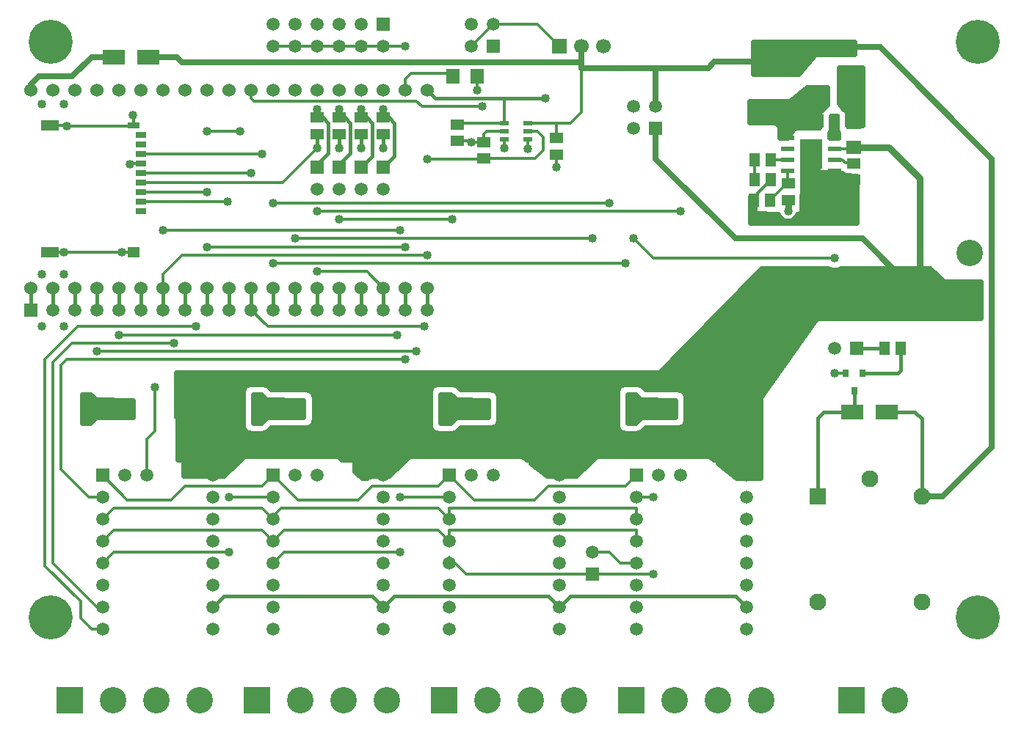
<source format=gbr>
G04 DipTrace 3.3.1.3*
G04 Top.gbr*
%MOIN*%
G04 #@! TF.FileFunction,Copper,L1,Top*
G04 #@! TF.Part,Single*
G04 #@! TA.AperFunction,Conductor*
%ADD14C,0.018*%
%ADD15C,0.015*%
%ADD16C,0.012*%
G04 #@! TA.AperFunction,ViaPad*
%ADD17C,0.03*%
G04 #@! TA.AperFunction,CopperBalancing*
%ADD18C,0.025*%
G04 #@! TA.AperFunction,ComponentPad*
%ADD19C,0.06*%
%ADD26R,0.177165X0.082677*%
%ADD27R,0.062992X0.070866*%
%ADD28R,0.051181X0.059055*%
%ADD29R,0.070866X0.062992*%
%ADD31R,0.098425X0.066929*%
G04 #@! TA.AperFunction,ComponentPad*
%ADD32R,0.059055X0.059055*%
%ADD33C,0.059055*%
%ADD34R,0.066929X0.066929*%
%ADD35C,0.066929*%
%ADD36C,0.076772*%
%ADD37R,0.076772X0.076772*%
%ADD38R,0.137795X0.09252*%
G04 #@! TA.AperFunction,ComponentPad*
%ADD39C,0.2*%
%ADD40R,0.031496X0.035433*%
%ADD41R,0.059055X0.051181*%
%ADD42R,0.051181X0.027559*%
%ADD43R,0.07874X0.047244*%
%ADD44R,0.055118X0.047244*%
%ADD45R,0.055118X0.031496*%
G04 #@! TA.AperFunction,ComponentPad*
%ADD46R,0.12X0.12*%
%ADD47C,0.12*%
%ADD48R,0.059X0.059*%
%ADD49C,0.059*%
%ADD51R,0.062992X0.024016*%
%ADD52R,0.10315X0.138189*%
%ADD54R,0.043307X0.023622*%
G04 #@! TA.AperFunction,ViaPad*
%ADD55C,0.04*%
%FSLAX26Y26*%
G04*
G70*
G90*
G75*
G01*
G04 Top*
%LPD*%
X1743701Y3143701D2*
D14*
Y3081201D1*
X1843701Y3143701D2*
Y3081201D1*
X1943701Y3143701D2*
Y3081201D1*
X2043701Y3143701D2*
Y3081201D1*
X1268701Y993701D2*
D15*
X1318701Y1043701D1*
X1993701D1*
X2043701Y993701D1*
X2093701Y1043701D1*
X2793701D1*
X2843701Y993701D1*
X2893701Y1043701D1*
X3643701D1*
X3693701Y993701D1*
X2781201Y3306201D2*
X2593701D1*
X2281201D1*
X2243701Y3343701D1*
X943701Y2923622D2*
D16*
X1586122D1*
X1743701Y3081201D1*
X2593701Y3193701D2*
Y3306201D1*
Y3193701D2*
X2387451D1*
X2381201Y3187451D1*
X3881701Y2791701D2*
D17*
Y2843701D1*
X4488189Y1496063D2*
D14*
Y1849213D1*
X4456201Y1881201D1*
X4331201D1*
X4488189Y1496063D2*
D18*
X4583563D1*
X4806201Y1718701D1*
Y3031201D1*
X4299444Y3537958D1*
X4147467D1*
X976181Y3493701D2*
X1106201D1*
X1131201Y3468701D1*
X2943701D1*
Y3443701D1*
X3281201D1*
X3518701D1*
X3547181Y3472181D1*
X3791255D1*
X2943701Y3543701D2*
Y3468701D1*
X3281201Y3268701D2*
Y3443701D1*
X2700000Y3193701D2*
D16*
X2831201D1*
X2893701D1*
X2943701Y3243701D1*
Y3543701D1*
X2831201Y3124950D2*
Y3193701D1*
X3725701Y2843701D2*
Y2856701D1*
X3803701Y2934701D1*
X4147467Y3427722D2*
X4192984D1*
X4207255Y3441992D1*
X4147467Y3427722D2*
X4182525D1*
X4207255Y3402992D1*
X1643701Y2343701D2*
D14*
Y2443701D1*
X2243701Y2343701D2*
Y2443701D1*
X2499950Y3106201D2*
D16*
Y3143699D1*
X2512550Y3156299D1*
X2593701D1*
X528346Y3183465D2*
X603937D1*
X606201Y3181201D1*
X910236Y3183465D2*
Y3227165D1*
X906201Y3231201D1*
X910236Y2605512D2*
X856890D1*
X856201Y2606201D1*
X528346Y2605512D2*
X593012D1*
X593701Y2606201D1*
X2499950Y3106201D2*
X2443701D1*
X943701Y3010236D2*
X897736D1*
X893701Y3006201D1*
X4143898Y2056201D2*
X4093701D1*
X606201Y3181201D2*
X907972D1*
X910236Y3183465D1*
X593701Y2606201D2*
X856201D1*
X1543701Y3543701D2*
X1643701D1*
X1743701D1*
X1843701D1*
X1943701D1*
X2043701D1*
X2143701D1*
X1543701Y1593701D2*
X1656201Y1481201D1*
X1931201D1*
X1993701Y1543701D1*
X2293701D1*
X2343701Y1593701D1*
X2456201Y1481201D1*
X2731201D1*
X2793701Y1543701D1*
X3143701D1*
X3193701Y1593701D1*
X768701D2*
X881201Y1481201D1*
X1081201D1*
X1143701Y1543701D1*
X1493701D1*
X1543701Y1593701D1*
X2468701Y3406201D2*
Y3343701D1*
X2831201Y3050147D2*
Y2993701D1*
X2381201Y3112648D2*
X2437254D1*
X2443701Y3106201D1*
X1093701Y2193701D2*
X631201D1*
X543701Y2106201D1*
Y1193701D1*
X743701Y993701D1*
X768701D1*
X1193701Y2268701D2*
X656201D1*
X506201Y2118701D1*
Y1181201D1*
X668701Y1018701D1*
Y943701D1*
X718701Y893701D1*
X768701D1*
X2143701Y2343701D2*
D14*
Y2443701D1*
X768701Y1493701D2*
D16*
X706201D1*
X581201Y1618701D1*
Y2093701D1*
X606201Y2118701D1*
X2143701D1*
X943701Y2880315D2*
X1242815D1*
X1243701Y2631201D2*
X2143701D1*
X2043701Y3218504D2*
D14*
Y3256201D1*
Y2993701D2*
X2093701Y3043701D1*
Y3193701D1*
X2068898Y3218504D1*
X2043701D1*
X1943701D2*
Y3256201D1*
Y2993701D2*
X1993701Y3043701D1*
Y3193701D1*
X1968701Y3218701D1*
X1968504Y3218504D1*
X1943701D1*
Y2343701D2*
Y2443701D1*
X1743701Y2343701D2*
Y2443701D1*
X1343701Y2343701D2*
Y2443701D1*
X943701Y2837008D2*
D16*
X1337894D1*
X1143701Y2343701D2*
D14*
Y2443701D1*
X1443701Y2343701D2*
Y2443701D1*
X768701Y1393701D2*
D16*
X818701Y1443701D1*
X1493701D1*
X1543701Y1393701D1*
X2343701D2*
X2293701Y1443701D1*
X1581201D1*
X1531201Y1393701D1*
X1543701D1*
X2343701D2*
Y1443701D1*
X3193701D1*
Y1393701D1*
X2231201Y2268701D2*
X1518701D1*
X1443701Y2343701D1*
X943701Y2966929D2*
X1441929D1*
X1243701Y2343701D2*
D14*
Y2443701D1*
X768701Y1293701D2*
D16*
X818701Y1343701D1*
X1493701D1*
X1543701Y1293701D1*
X1593701Y1343701D1*
X2293701D1*
X2343701Y1293701D1*
Y1343701D1*
X3193701D1*
Y1293701D1*
X1393701Y3156201D2*
X1243701D1*
X743701Y2343701D2*
D14*
Y2443701D1*
X2193701Y2156201D2*
D16*
X743701D1*
X2993701Y2668701D2*
X1643701D1*
X1843701Y3218504D2*
D14*
Y3256201D1*
Y2993701D2*
Y3006201D1*
X1893701Y3056201D1*
Y3193701D1*
X1868701Y3218701D1*
X1843898D1*
X1843701Y3218504D1*
X1543701Y2343701D2*
Y2443701D1*
X3143701Y2556201D2*
D16*
X1543701D1*
X943701Y3053543D2*
X1493701D1*
X2993701Y1243701D2*
X3068701D1*
X3118701Y1193701D1*
X3193701D1*
X443701Y3343701D2*
D18*
Y3368701D1*
X481201Y3406201D1*
X631201D1*
X718701Y3493701D1*
X818701D1*
X2700000Y3118898D2*
D16*
Y3074902D1*
X4093701Y2581201D2*
X3268701D1*
X3181201Y2668701D1*
X2443701Y3543701D2*
X2543701Y3643701D1*
X2743701D1*
X2843701Y3543701D1*
X2143701Y3343701D2*
Y3393701D1*
X2168701Y3418701D1*
X2345965D1*
X2358465Y3406201D1*
X1743701Y3218504D2*
D14*
Y3256201D1*
Y2993701D2*
Y3006201D1*
X1793701Y3056201D1*
Y3193701D1*
X1768898Y3218504D1*
X1743701D1*
X4218701Y2056201D2*
X4381201D1*
X4393504Y2068504D1*
Y2168701D1*
X4181299Y1977461D2*
Y1906299D1*
X4173720Y1898720D1*
Y1881201D1*
X4043701D1*
X4015748Y1853248D1*
Y1496063D1*
X2343701Y1193701D2*
D16*
Y1218701D1*
X2418701Y1143701D1*
X2993701D1*
X3268701D1*
Y1493701D2*
X3193701D1*
X1443701Y3343701D2*
Y3306201D1*
X1456201Y3293701D1*
X2193701D1*
X2218701Y3268701D1*
X2493701D1*
X2593701Y3081201D2*
Y3118898D1*
X2043701Y2343701D2*
D14*
Y2443701D1*
X1743701Y2518701D2*
D16*
X1968701D1*
X2043701Y2443701D1*
X1843701Y2343701D2*
D14*
Y2443701D1*
X4318701Y2168701D2*
X4193701D1*
X768701Y1193701D2*
D16*
X818701Y1243701D1*
X1343701D1*
Y1493701D2*
X1543701D1*
Y1193701D2*
X1593701Y1243701D1*
X2118701D1*
Y1493701D2*
X2343701D1*
X943701Y2343701D2*
D14*
Y2443701D1*
X843701Y2343701D2*
Y2443701D1*
X2106201Y2231201D2*
D16*
X843701D1*
X643701Y2343701D2*
D14*
Y2443701D1*
X543701Y2343701D2*
Y2443701D1*
X443701Y2343701D2*
Y2443701D1*
X4091344Y3027753D2*
D16*
X4126648D1*
X4141701Y3012701D1*
X4177504D1*
X4180701Y3009504D1*
X1043701Y2343701D2*
D14*
Y2443701D1*
D16*
Y2506201D1*
X1131201Y2593701D1*
X2243701D1*
Y3031201D2*
X2499755D1*
X2499950Y3031398D1*
X2731398D1*
X2768701Y3068701D1*
Y3131201D1*
X2743602Y3156299D1*
X2700000D1*
X968701Y1593701D2*
Y1756201D1*
X1006201Y1793701D1*
Y1993701D1*
X1043701Y2706201D2*
X2118701D1*
X2356201Y2756201D2*
X1843701D1*
X3393701Y2793701D2*
X1743701D1*
X3068701Y2831201D2*
X1543701D1*
X3803701Y3025701D2*
X3876693D1*
X3878745Y3027753D1*
X3728898Y2934701D2*
Y3025701D1*
X3878745Y2977753D2*
Y2921459D1*
X3881701Y2918504D1*
X3875307D1*
X3800504Y2843701D1*
X4091344Y3077753D2*
X4173990D1*
X4180701Y3084465D1*
X3281201Y3168701D2*
D18*
Y3031201D1*
X3643701Y2668701D1*
X4218701D1*
X4481201Y2406201D1*
X4549459D1*
X4706201D1*
X4180701Y3084465D2*
D17*
X4340437D1*
X4481201Y2943701D1*
Y2474459D1*
X4549459Y2406201D1*
D55*
X2781201Y3306201D3*
X1093701Y2193701D3*
X1193701Y2268701D3*
X2143701Y2118701D3*
X1242815Y2880315D3*
X1243701Y2631201D3*
X2143701D3*
X2043701Y3256201D3*
X1943701D3*
X1337894Y2837008D3*
X2231201Y2268701D3*
X1441929Y2966929D3*
X1393701Y3156201D3*
X1243701D3*
X2193701Y2156201D3*
X743701D3*
X2993701Y2668701D3*
X1643701D3*
X1843701Y3256201D3*
X3143701Y2556201D3*
X1543701D3*
X1493701Y3053543D3*
X1543701Y2556201D3*
X2700000Y3074902D3*
X4093701Y2581201D3*
X3181201Y2668701D3*
X1743701Y3256201D3*
X3268701Y1143701D3*
Y1493701D3*
X2493701Y3268701D3*
X2593701Y3081201D3*
X1743701Y2518701D3*
X1343701Y1243701D3*
Y1493701D3*
X2118701Y1243701D3*
Y1493701D3*
X2106201Y2231201D3*
X843701D3*
X2243701Y2593701D3*
Y3031201D3*
X1006201Y1993701D3*
X1043701Y2706201D3*
X2118701D3*
X2356201Y2756201D3*
X1843701D3*
X3393701Y2793701D3*
X1743701D3*
X3068701Y2831201D3*
X1543701D3*
X606201Y3181201D3*
X593701Y2606201D3*
X856201D3*
X906201Y3231201D3*
X2443701Y3106201D3*
X893701Y3006201D3*
X4093701Y2056201D3*
X2143701Y3543701D3*
X493701Y2506201D3*
Y2268701D3*
X593701D3*
Y2506201D3*
X493701Y3281201D3*
X593701D3*
D17*
X3959701Y3090701D3*
X3985701D3*
X4011701D3*
X3959701Y3051701D3*
X3985701D3*
X4011701D3*
X3959701Y3012701D3*
X3985701D3*
X4011701D3*
X4207255Y3441992D3*
Y3402992D3*
D55*
X3881701Y2791701D3*
X3752255Y3545992D3*
X1468701Y1943701D3*
Y1893701D3*
Y1843701D3*
X2318701Y1893701D3*
Y1943701D3*
Y1843701D3*
X693701Y1893701D3*
Y1943701D3*
Y1843701D3*
X3168701Y1893701D3*
Y1943701D3*
Y1843701D3*
X1743701Y3081201D3*
X1843701D3*
X1943701D3*
X2043701D3*
X2468701Y3343701D3*
X2831201Y2993701D3*
X3728273Y3534623D2*
D18*
X4179253D1*
X3728273Y3509755D2*
X4179253D1*
X3728273Y3484886D2*
X3985585D1*
X3728273Y3460017D2*
X3964378D1*
X3728273Y3435148D2*
X3943207D1*
X3725755Y3559469D2*
Y3415501D1*
X3928755Y3415231D1*
X4004126Y3503488D1*
X4006567Y3505123D1*
X4009323Y3506143D1*
X4012244Y3506492D1*
X4181736D1*
X4181755Y3559480D1*
X3725786Y3559492D1*
X3943411Y3327860D2*
X4057475D1*
X3913592Y3302991D2*
X4057475D1*
X3712533Y3278122D2*
X4057475D1*
X3712533Y3253253D2*
X4034079D1*
X3712533Y3228385D2*
X4019976D1*
X3712533Y3203516D2*
X4019976D1*
X3848031Y3178647D2*
X4019976D1*
X3850005Y3153778D2*
X3894633D1*
X3850005Y3128909D2*
X3876870D1*
X3891209Y3290235D2*
X3709993D1*
X3710014Y3196482D1*
X3824457Y3196344D1*
X3827285Y3195546D1*
X3829849Y3194110D1*
X3836340Y3187837D1*
X3845113Y3178846D1*
X3846549Y3176282D1*
X3847346Y3173454D1*
X3847500Y3162312D1*
Y3127756D1*
X3878528Y3127755D1*
X3907332Y3167768D1*
X3909625Y3169605D1*
X3912283Y3170857D1*
X3915160Y3171453D1*
X4022495Y3171500D1*
X4022633Y3235948D1*
X4023430Y3238776D1*
X4024866Y3241340D1*
X4032636Y3249327D1*
X4059971Y3276661D1*
X4059975Y3352694D1*
X3970756Y3352728D1*
X3897646Y3291999D1*
X3894962Y3290801D1*
X3892070Y3290262D1*
X4118344Y3417623D2*
X4218269D1*
X4118416Y3392755D2*
X4218269D1*
X4118488Y3367886D2*
X4218269D1*
X4118559Y3343017D2*
X4218269D1*
X4118631Y3318148D2*
X4218269D1*
X4118667Y3293280D2*
X4218269D1*
X4130689Y3268411D2*
X4218269D1*
X4152004Y3243542D2*
X4218269D1*
X4156453Y3218673D2*
X4218269D1*
X4156848Y3193804D2*
X4218269D1*
X4137332Y3257728D2*
X4145594D1*
Y3248076D1*
X4151770Y3240693D1*
X4153043Y3238043D1*
X4153663Y3235172D1*
X4154556Y3181484D1*
X4220734Y3181492D1*
X4220755Y3442466D1*
X4115806Y3442492D1*
X4116210Y3282387D1*
X4137336Y3257728D1*
X3955538Y3077886D2*
X4013730D1*
X3955035Y3053017D2*
X4013730D1*
X3954568Y3028148D2*
X4013730D1*
X3954102Y3003280D2*
X4013730D1*
X3953600Y2978411D2*
X4013730D1*
X3953134Y2953542D2*
X4140472D1*
X3952667Y2928673D2*
X4191715D1*
X3952164Y2903804D2*
X4191715D1*
X3951698Y2878936D2*
X4191715D1*
X3714719Y2854067D2*
X3726245D1*
X3951231D2*
X4191715D1*
X3714719Y2829198D2*
X3726245D1*
X3950730D2*
X4191715D1*
X3714719Y2804329D2*
X3726245D1*
X3950262D2*
X4191715D1*
X3714719Y2779461D2*
X3732505D1*
X3943731D2*
X4191715D1*
X3714719Y2754592D2*
X3851175D1*
X3912226D2*
X4191715D1*
X4135213Y2957413D2*
X4124673D1*
Y2962688D1*
X4113283Y2965269D1*
X4026774Y2965423D1*
X4023946Y2966220D1*
X4021382Y2967656D1*
X4019224Y2969651D1*
X4017592Y2972094D1*
X4016575Y2974850D1*
X4016230Y2977769D1*
Y3102753D1*
X3953480Y3102755D1*
X3947336Y2788333D1*
X3946538Y2785505D1*
X3945102Y2782941D1*
X3943108Y2780783D1*
X3940664Y2779151D1*
X3937908Y2778134D1*
X3934990Y2777789D1*
X3926054D1*
X3923133Y2770591D1*
X3919320Y2764369D1*
X3914581Y2758820D1*
X3909033Y2754081D1*
X3902811Y2750269D1*
X3896070Y2747476D1*
X3888975Y2745773D1*
X3881701Y2745201D1*
X3874427Y2745773D1*
X3867332Y2747476D1*
X3860591Y2750269D1*
X3854369Y2754081D1*
X3848820Y2758820D1*
X3844081Y2764369D1*
X3840269Y2770591D1*
X3837349Y2777785D1*
X3739304Y2777942D1*
X3736476Y2778740D1*
X3733912Y2780176D1*
X3731755Y2782171D1*
X3730122Y2784614D1*
X3729105Y2787370D1*
X3728760Y2790289D1*
Y2858433D1*
X3712234Y2857740D1*
X3712201Y2739190D1*
X4194220Y2739201D1*
X4194201Y2949147D1*
X4144568Y2953112D1*
X4142698Y2953717D1*
X4081238Y3196623D2*
X4101214D1*
X4081238Y3171755D2*
X4101214D1*
X4074995Y3146886D2*
X4107458D1*
X4072476Y3147547D2*
Y3127739D1*
X4109963Y3127755D1*
X4109882Y3147661D1*
X4106108Y3151652D1*
X4104672Y3154217D1*
X4103874Y3157045D1*
X4103720Y3166499D1*
Y3221486D1*
X4078722Y3221492D1*
X4078572Y3157045D1*
X4077774Y3154217D1*
X4076339Y3151652D1*
X4072472Y3147568D1*
X3739747Y2506332D2*
X4548386D1*
X3715562Y2481463D2*
X4573253D1*
X3691340Y2456594D2*
X4752710D1*
X3667118Y2431726D2*
X4752710D1*
X3642896Y2406857D2*
X4752710D1*
X3618675Y2381988D2*
X4752710D1*
X3594488Y2357119D2*
X4752710D1*
X3570266Y2332251D2*
X4752710D1*
X3546045Y2307382D2*
X4752710D1*
X3521823Y2282513D2*
X3992862D1*
X3497636Y2257644D2*
X3975100D1*
X3473415Y2232776D2*
X3957337D1*
X3449193Y2207907D2*
X3939575D1*
X3424971Y2183038D2*
X3921811D1*
X3400749Y2158169D2*
X3904049D1*
X3376563Y2133301D2*
X3886251D1*
X3352341Y2108432D2*
X3868488D1*
X3328119Y2083563D2*
X3850724D1*
X3303898Y2058694D2*
X3832962D1*
X1108719Y2033825D2*
X3815199D1*
X1108719Y2008957D2*
X3797437D1*
X1108719Y1984088D2*
X1405899D1*
X1535274D2*
X2255924D1*
X2397751D2*
X3105913D1*
X3235252D2*
X3779675D1*
X1108719Y1959219D2*
X1402706D1*
X1731417D2*
X2252694D1*
X2568954D2*
X3102684D1*
X3418942D2*
X3761912D1*
X1108719Y1934350D2*
X1402706D1*
X1734718D2*
X2252694D1*
X2572184D2*
X3102684D1*
X3422209D2*
X3753694D1*
X1108719Y1909482D2*
X1402706D1*
X1734718D2*
X2252694D1*
X2572184D2*
X3102684D1*
X3422209D2*
X3753694D1*
X1108719Y1884613D2*
X1402706D1*
X1734718D2*
X2252694D1*
X2572184D2*
X3102684D1*
X3422209D2*
X3753694D1*
X1115572Y1859744D2*
X1402706D1*
X1734718D2*
X2252694D1*
X2572184D2*
X3102684D1*
X3422209D2*
X3753694D1*
X1115717Y1834875D2*
X1402706D1*
X1733677D2*
X2252694D1*
X2571178D2*
X3102684D1*
X3421168D2*
X3753694D1*
X1115717Y1810007D2*
X1403710D1*
X1714839D2*
X2253699D1*
X2552340D2*
X3103688D1*
X3402328D2*
X3753694D1*
X1115717Y1785138D2*
X1422335D1*
X1515071D2*
X2272323D1*
X2377547D2*
X3122348D1*
X3215049D2*
X3753694D1*
X1115717Y1760269D2*
X3753694D1*
X1115717Y1735400D2*
X3753694D1*
X1115717Y1710531D2*
X3753694D1*
X1115717Y1685663D2*
X3753694D1*
X1143706Y1660794D2*
X1391403D1*
X1918697D2*
X2140629D1*
X2718698D2*
X2990617D1*
X3568688D2*
X3753694D1*
X1143706Y1635925D2*
X1366283D1*
X1918697D2*
X2115760D1*
X2732192D2*
X2965749D1*
X3582180D2*
X3753694D1*
X1143706Y1611056D2*
X1341201D1*
X1918697D2*
X2090892D1*
X2763266D2*
X2940882D1*
X3613256D2*
X3753694D1*
X1945215Y1586188D2*
X1977965D1*
X3644367D2*
X3753694D1*
X2555546Y1973539D2*
X2566453D1*
Y1959150D1*
X2568636Y1952689D1*
X2569583Y1946722D1*
X2569701Y1897769D1*
X2569583Y1840680D1*
X2568638Y1834713D1*
X2566765Y1828957D1*
X2566453Y1826558D1*
Y1813862D1*
X2555508D1*
X2551318Y1810874D1*
X2545934Y1808131D1*
X2540189Y1806264D1*
X2534222Y1805319D1*
X2485269Y1805201D1*
X2397173D1*
X2381205Y1789425D1*
X2376318Y1785874D1*
X2370934Y1783131D1*
X2365189Y1781264D1*
X2359222Y1780319D1*
X2310269Y1780201D1*
X2290680Y1780319D1*
X2284713Y1781264D1*
X2278967Y1783131D1*
X2273584Y1785874D1*
X2268697Y1789425D1*
X2264425Y1793697D1*
X2260874Y1798584D1*
X2258131Y1803967D1*
X2256264Y1809713D1*
X2255319Y1815680D1*
X2255201Y1864633D1*
X2255319Y1971722D1*
X2256264Y1977689D1*
X2258131Y1983434D1*
X2260874Y1988818D1*
X2264425Y1993705D1*
X2268697Y1997976D1*
X2273584Y2001528D1*
X2278967Y2004270D1*
X2284713Y2006138D1*
X2290680Y2007083D1*
X2339633Y2007201D1*
X2359222Y2007083D1*
X2365189Y2006136D1*
X2370934Y2004270D1*
X2376318Y2001528D1*
X2381205Y1997976D1*
X2397152Y1982197D1*
X2534222Y1982083D1*
X2540189Y1981136D1*
X2545934Y1979270D1*
X2551318Y1976528D1*
X2553840Y1974841D1*
X3405546Y1973539D2*
X3416453D1*
Y1959150D1*
X3418636Y1952689D1*
X3419583Y1946722D1*
X3419701Y1897769D1*
X3419583Y1840680D1*
X3418636Y1834713D1*
X3416765Y1828957D1*
X3416453Y1826558D1*
Y1813862D1*
X3405508D1*
X3401318Y1810874D1*
X3395934Y1808131D1*
X3390189Y1806265D1*
X3384222Y1805319D1*
X3335269Y1805201D1*
X3234614D1*
X3218705Y1789425D1*
X3213818Y1785874D1*
X3208434Y1783131D1*
X3202689Y1781265D1*
X3196722Y1780319D1*
X3147769Y1780201D1*
X3140680Y1780319D1*
X3134713Y1781265D1*
X3128967Y1783131D1*
X3123584Y1785874D1*
X3118697Y1789425D1*
X3114425Y1793697D1*
X3110874Y1798584D1*
X3108131Y1803967D1*
X3106265Y1809713D1*
X3105319Y1815680D1*
X3105201Y1864633D1*
X3105319Y1971722D1*
X3106264Y1977689D1*
X3108131Y1983434D1*
X3110874Y1988818D1*
X3114425Y1993705D1*
X3118697Y1997976D1*
X3123584Y2001528D1*
X3128967Y2004270D1*
X3134713Y2006138D1*
X3140680Y2007083D1*
X3189633Y2007201D1*
X3196722Y2007083D1*
X3202689Y2006138D1*
X3208434Y2004270D1*
X3213818Y2001528D1*
X3218705Y1997976D1*
X3234652Y1982197D1*
X3384222Y1982083D1*
X3390189Y1981136D1*
X3395934Y1979270D1*
X3401318Y1976528D1*
X3403840Y1974841D1*
X1113219Y1662201D2*
X1141201D1*
Y1588100D1*
X1208005Y1588201D1*
X1320646D1*
X1412080Y1678584D1*
X1414650Y1680008D1*
X1417482Y1680793D1*
X1446955Y1680899D1*
X1832690Y1680206D1*
X1835517Y1679404D1*
X1838079Y1677965D1*
X1856143Y1662178D1*
X1916201Y1662201D1*
Y1609487D1*
X1948434Y1581178D1*
X1969717Y1581201D1*
X1976672Y1584814D1*
X1983312Y1586971D1*
X1990210Y1588064D1*
X2030446Y1588201D1*
X2070529D1*
X2161353Y1678814D1*
X2163917Y1680249D1*
X2166745Y1681047D1*
X2177887Y1681201D1*
X2670656Y1681047D1*
X2673484Y1680249D1*
X2676051Y1678811D1*
X2696824Y1662210D1*
X2716201Y1662201D1*
Y1646735D1*
X2789573Y1588010D1*
X2802887Y1588201D1*
X2920551D1*
X3011353Y1678814D1*
X3013917Y1680249D1*
X3016745Y1681047D1*
X3027887Y1681201D1*
X3520656Y1681047D1*
X3523484Y1680249D1*
X3526051Y1678811D1*
X3546824Y1662210D1*
X3566201Y1662201D1*
Y1646735D1*
X3648092Y1581196D1*
X3756198Y1581201D1*
X3756354Y1945656D1*
X3757152Y1948484D1*
X3758045Y1950235D1*
X4009130Y2301741D1*
X4011272Y2303753D1*
X4013824Y2305210D1*
X4016646Y2306030D1*
X4027887Y2306201D1*
X4755223D1*
X4755201Y2468717D1*
X4591745Y2468854D1*
X4588917Y2469652D1*
X4586353Y2471088D1*
X4578366Y2478857D1*
X4526038Y2531186D1*
X4124094Y2531201D1*
X4116088Y2527154D1*
X4107357Y2524318D1*
X4098290Y2522881D1*
X4089112D1*
X4080045Y2524318D1*
X4071314Y2527154D1*
X4063339Y2531207D1*
X3761449Y2531201D1*
X3301945Y2059304D1*
X3299524Y2057639D1*
X3296781Y2056587D1*
X3293864Y2056202D1*
X1106236Y2056201D1*
X1106201Y1880130D1*
X1109814Y1873230D1*
X1111971Y1866589D1*
X1113064Y1859692D1*
X1113201Y1819455D1*
Y1662175D1*
X1443736Y2007201D2*
X1496722Y2007083D1*
X1502689Y2006136D1*
X1508434Y2004270D1*
X1513818Y2001528D1*
X1518705Y1997976D1*
X1534652Y1982197D1*
X1696722Y1982083D1*
X1702689Y1981136D1*
X1708434Y1979270D1*
X1713818Y1976528D1*
X1718705Y1972976D1*
X1722976Y1968705D1*
X1726528Y1963818D1*
X1729270Y1958434D1*
X1731136Y1952689D1*
X1732083Y1946722D1*
X1732201Y1897769D1*
X1732083Y1840680D1*
X1731136Y1834713D1*
X1729270Y1828967D1*
X1726528Y1823584D1*
X1722976Y1818697D1*
X1718705Y1814425D1*
X1713818Y1810874D1*
X1708434Y1808131D1*
X1702689Y1806265D1*
X1696722Y1805319D1*
X1647769Y1805201D1*
X1534626D1*
X1518705Y1789425D1*
X1513818Y1785874D1*
X1508434Y1783131D1*
X1502689Y1781265D1*
X1496722Y1780319D1*
X1447769Y1780201D1*
X1440680Y1780319D1*
X1434713Y1781265D1*
X1428967Y1783131D1*
X1423584Y1785874D1*
X1418697Y1789425D1*
X1414425Y1793697D1*
X1410874Y1798584D1*
X1408131Y1803967D1*
X1406265Y1809713D1*
X1405319Y1815680D1*
X1405201Y1864633D1*
X1405319Y1971722D1*
X1406265Y1977689D1*
X1408131Y1983434D1*
X1410874Y1988818D1*
X1414425Y1993705D1*
X1418697Y1997976D1*
X1423584Y2001528D1*
X1428967Y2004270D1*
X1434713Y2006136D1*
X1440680Y2007083D1*
X1443713Y2007201D1*
X683719Y1931332D2*
X735882D1*
X683719Y1906463D2*
X903713D1*
X683719Y1881594D2*
X903713D1*
X683719Y1856726D2*
X903713D1*
X683719Y1831857D2*
X711697D1*
X713497Y1956201D2*
X681202D1*
X681201Y1831228D1*
X713520Y1831201D1*
X736353Y1853814D1*
X738917Y1855249D1*
X741745Y1856047D1*
X752887Y1856201D1*
X906220D1*
X906201Y1931222D1*
X741745Y1931354D1*
X738917Y1932152D1*
X736353Y1933588D1*
X728366Y1941358D1*
X713545Y1956180D1*
X1458719Y1931332D2*
X1510882D1*
X1458719Y1906463D2*
X1678713D1*
X1458719Y1881594D2*
X1678713D1*
X1458719Y1856726D2*
X1678713D1*
X1458719Y1831857D2*
X1486697D1*
X1488497Y1956201D2*
X1456202D1*
X1456201Y1831228D1*
X1488520Y1831201D1*
X1511353Y1853814D1*
X1513917Y1855249D1*
X1516745Y1856047D1*
X1527887Y1856201D1*
X1681220D1*
X1681201Y1931222D1*
X1516745Y1931354D1*
X1513917Y1932152D1*
X1511353Y1933588D1*
X1503366Y1941358D1*
X1488545Y1956180D1*
X2308719Y1931332D2*
X2373406D1*
X2308719Y1906463D2*
X2516189D1*
X2308719Y1881594D2*
X2516189D1*
X2308719Y1856726D2*
X2516189D1*
X2308719Y1831857D2*
X2349184D1*
X2350997Y1956201D2*
X2306214D1*
X2306201Y1831228D1*
X2351039Y1831201D1*
X2373853Y1853814D1*
X2376417Y1855249D1*
X2379245Y1856047D1*
X2390387Y1856201D1*
X2518673D1*
X2518701Y1931222D1*
X2379245Y1931354D1*
X2376417Y1932152D1*
X2373853Y1933588D1*
X2365866Y1941358D1*
X2351045Y1956180D1*
X3158719Y1931332D2*
X3210882D1*
X3158719Y1906463D2*
X3366189D1*
X3158719Y1881594D2*
X3366189D1*
X3158719Y1856726D2*
X3366189D1*
X3158719Y1831857D2*
X3186697D1*
X3188497Y1956201D2*
X3156202D1*
X3156201Y1831228D1*
X3188520Y1831201D1*
X3211353Y1853814D1*
X3213917Y1855249D1*
X3216745Y1856047D1*
X3227887Y1856201D1*
X3368732D1*
X3368701Y1931222D1*
X3216745Y1931354D1*
X3213917Y1932152D1*
X3211353Y1933588D1*
X3203366Y1941358D1*
X3188545Y1956180D1*
D26*
X1181102Y1889764D3*
X826772D3*
X1943701Y1893701D3*
X1589370D3*
X2793701D3*
X2439370D3*
D27*
X2468701Y3406201D3*
X2358465D3*
D26*
X3643701Y1893701D3*
X3289370D3*
D28*
X4018701Y3201701D3*
X4093504D3*
D29*
X4180701Y3194701D3*
Y3084465D3*
X4147467Y3427722D3*
Y3537958D3*
D28*
X3803701Y3025701D3*
X3728898D3*
D31*
X818701Y3493701D3*
X976181D3*
X4018701Y3318701D3*
X4176181D3*
X4331201Y1881201D3*
X4173720D3*
D32*
X2543701Y3543701D3*
D33*
X2443701D3*
X2543701Y3643701D3*
X2443701D3*
D32*
X3281201Y3168701D3*
D33*
X3181201D3*
X3281201Y3268701D3*
X3181201D3*
D32*
X443701Y2343701D3*
D33*
X543701D3*
X643701D3*
X743701D3*
X843701D3*
X943701D3*
X1043701D3*
X1143701D3*
X1243701D3*
X1343701D3*
X1443701D3*
X1543701D3*
X1643701D3*
X1743701D3*
X1843701D3*
X1943701D3*
X2043701D3*
X2143701D3*
X2243701D3*
D32*
X2043701Y3643701D3*
D33*
Y3543701D3*
X1943701Y3643701D3*
Y3543701D3*
X1843701Y3643701D3*
Y3543701D3*
X1743701Y3643701D3*
Y3543701D3*
X1643701Y3643701D3*
Y3543701D3*
X1543701Y3643701D3*
Y3543701D3*
D34*
X2843701D3*
D35*
X2943701D3*
X3043701D3*
D32*
X2043701Y2993701D3*
D33*
Y2893701D3*
D32*
X1943701Y2993701D3*
D33*
Y2893701D3*
D32*
X1843701Y2993701D3*
D33*
Y2893701D3*
D32*
X1743701Y2993701D3*
D33*
Y2893701D3*
D32*
X4193701Y2168701D3*
D33*
X4093701D3*
D32*
X2993701Y1143701D3*
D33*
Y1243701D3*
D36*
X4251969Y1574803D3*
D37*
X4015748Y1496063D3*
D36*
X4488189D3*
X4015748Y1015748D3*
X4488189D3*
D38*
X3791255Y3233992D3*
Y3472181D3*
D39*
X531496Y944882D3*
X4744094Y3562992D3*
X531496D3*
X4744094Y944882D3*
D40*
X4218701Y2056201D3*
X4143898D3*
X4181299Y1977461D3*
D41*
X2499950Y3106201D3*
Y3031398D3*
X2043701Y3143701D3*
Y3218504D3*
X1943701Y3143701D3*
Y3218504D3*
X1843701Y3143701D3*
Y3218504D3*
X1743701Y3143701D3*
Y3218504D3*
D28*
X4318701Y2168701D3*
X4393504D3*
D41*
X3881701Y2843701D3*
Y2918504D3*
D28*
X3725701Y2843701D3*
X3800504D3*
D41*
X4180701Y2934701D3*
Y3009504D3*
D28*
X3803701Y2934701D3*
X3728898D3*
D42*
X943701Y2793701D3*
Y2837008D3*
Y2880315D3*
Y2923622D3*
Y2966929D3*
Y3010236D3*
Y3053543D3*
Y3096850D3*
Y3140157D3*
D43*
X528346Y2605512D3*
D44*
X910236D3*
D45*
Y3183465D3*
D43*
X528346D3*
D46*
X4706201Y2406201D3*
D47*
Y2603051D3*
D46*
X4168701Y568701D3*
D47*
X4365551D3*
D46*
X618701D3*
D47*
X815551D3*
X1012402D3*
X1209252D3*
D46*
X1468701D3*
D47*
X1665551D3*
X1862402D3*
X2059252D3*
D46*
X2318701D3*
D47*
X2515551D3*
X2712402D3*
X2909252D3*
D46*
X3168701D3*
D47*
X3365551D3*
X3562402D3*
X3759252D3*
D19*
X443701Y3343701D3*
X543701D3*
X643701D3*
X743701D3*
X843701D3*
X943701D3*
X1043701D3*
X1143701D3*
X1243701D3*
X1343701D3*
X1443701D3*
X1543701D3*
X1643701D3*
X1743701D3*
X1843701D3*
X1943701D3*
X2043701D3*
X2143701D3*
X2243701D3*
X443701Y2443701D3*
X543701D3*
X643701D3*
X743701D3*
X843701D3*
X943701D3*
X1043701D3*
X1143701D3*
X1243701D3*
X1343701D3*
X1443701D3*
X1543701D3*
X1643701D3*
X1743701D3*
X1843701D3*
X1943701D3*
X2043701D3*
X2143701D3*
X2243701D3*
D48*
X768701Y1593701D3*
D49*
Y1493701D3*
Y1393701D3*
Y1293701D3*
Y1193701D3*
Y1093701D3*
Y993701D3*
Y893701D3*
X1268701D3*
Y993701D3*
Y1093701D3*
Y1193701D3*
Y1293701D3*
Y1393701D3*
Y1493701D3*
Y1593701D3*
X868701D3*
X968701D3*
D48*
X1543701D3*
D49*
Y1493701D3*
Y1393701D3*
Y1293701D3*
Y1193701D3*
Y1093701D3*
Y993701D3*
Y893701D3*
X2043701D3*
Y993701D3*
Y1093701D3*
Y1193701D3*
Y1293701D3*
Y1393701D3*
Y1493701D3*
Y1593701D3*
X1643701D3*
X1743701D3*
D48*
X2343701D3*
D49*
Y1493701D3*
Y1393701D3*
Y1293701D3*
Y1193701D3*
Y1093701D3*
Y993701D3*
Y893701D3*
X2843701D3*
Y993701D3*
Y1093701D3*
Y1193701D3*
Y1293701D3*
Y1393701D3*
Y1493701D3*
Y1593701D3*
X2443701D3*
X2543701D3*
D48*
X3193701D3*
D49*
Y1493701D3*
Y1393701D3*
Y1293701D3*
Y1193701D3*
Y1093701D3*
Y993701D3*
Y893701D3*
X3693701D3*
Y993701D3*
Y1093701D3*
Y1193701D3*
Y1293701D3*
Y1393701D3*
Y1493701D3*
Y1593701D3*
X3293701D3*
X3393701D3*
D51*
X3878745Y3127753D3*
Y3077753D3*
Y3027753D3*
Y2977753D3*
X4091344D3*
Y3027753D3*
Y3077753D3*
Y3127753D3*
D52*
X3985045Y3052753D3*
D54*
X2593701Y3193701D3*
Y3156299D3*
Y3118898D3*
X2700000D3*
Y3156299D3*
Y3193701D3*
D41*
X2381201Y3187451D3*
Y3112648D3*
X2831201Y3124950D3*
Y3050147D3*
M02*

</source>
